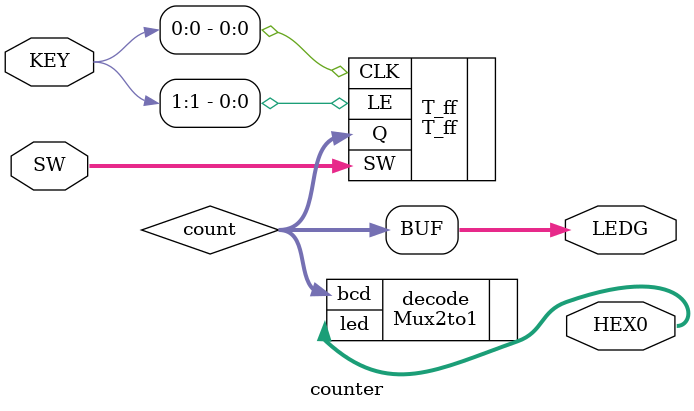
<source format=v>
module counter(
    input wire [1:0] KEY,      // KEY[0] là Clock, KEY[1] là Load Enable (LE)
    input wire [2:0] SW,       // SW[2:0] để nạp giá trị ban đầu
    output wire [6:0] HEX0,    // Hiển thị LED 7 đoạn
    output wire [2:0] LEDG     // LED hiển thị kết quả đếm
);

    wire [2:0] count;

    // Khởi tạo bộ đếm
    T_ff T_ff(
        .CLK(KEY[0]),
        .LE(KEY[1]),
        .SW(SW),
        .Q(count)
    );

    // Hiển thị kết quả đếm lên LED 7 đoạn
    Mux2to1 decode(
        .bcd(count),
        .led(HEX0)
    );

    // Hiển thị kết quả đếm trên LED đơn
    assign LEDG = count;

endmodule
</source>
